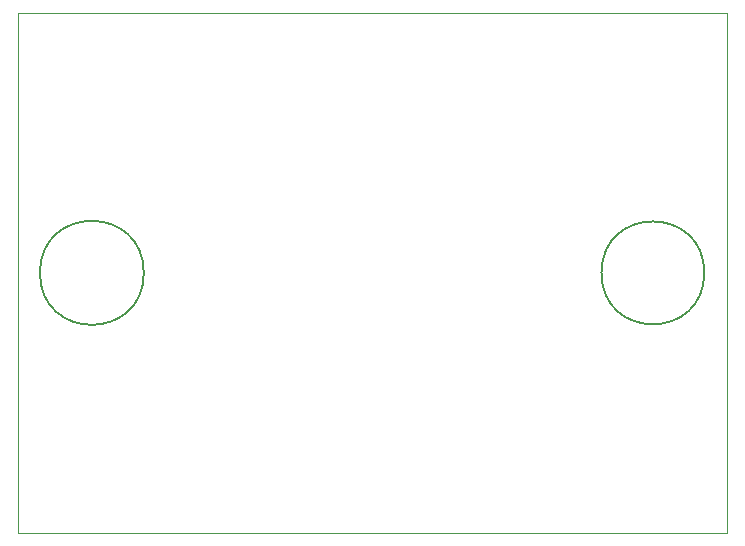
<source format=gm1>
G04 #@! TF.GenerationSoftware,KiCad,Pcbnew,5.1.4+dfsg1-1*
G04 #@! TF.CreationDate,2019-11-17T14:33:06+01:00*
G04 #@! TF.ProjectId,PAC5523,50414335-3532-4332-9e6b-696361645f70,rev?*
G04 #@! TF.SameCoordinates,Original*
G04 #@! TF.FileFunction,Profile,NP*
%FSLAX46Y46*%
G04 Gerber Fmt 4.6, Leading zero omitted, Abs format (unit mm)*
G04 Created by KiCad (PCBNEW 5.1.4+dfsg1-1) date 2019-11-17 14:33:06*
%MOMM*%
%LPD*%
G04 APERTURE LIST*
%ADD10C,0.150000*%
%ADD11C,0.050000*%
G04 APERTURE END LIST*
D10*
X30650284Y-45000000D02*
G75*
G03X30650284Y-45000000I-4400284J0D01*
G01*
X78104595Y-45000000D02*
G75*
G03X78104595Y-45000000I-4354595J0D01*
G01*
D11*
X20000000Y-23000000D02*
X80000000Y-23000000D01*
X20000000Y-67000000D02*
X20000000Y-23000000D01*
X80000000Y-67000000D02*
X20000000Y-67000000D01*
X80000000Y-23000000D02*
X80000000Y-67000000D01*
M02*

</source>
